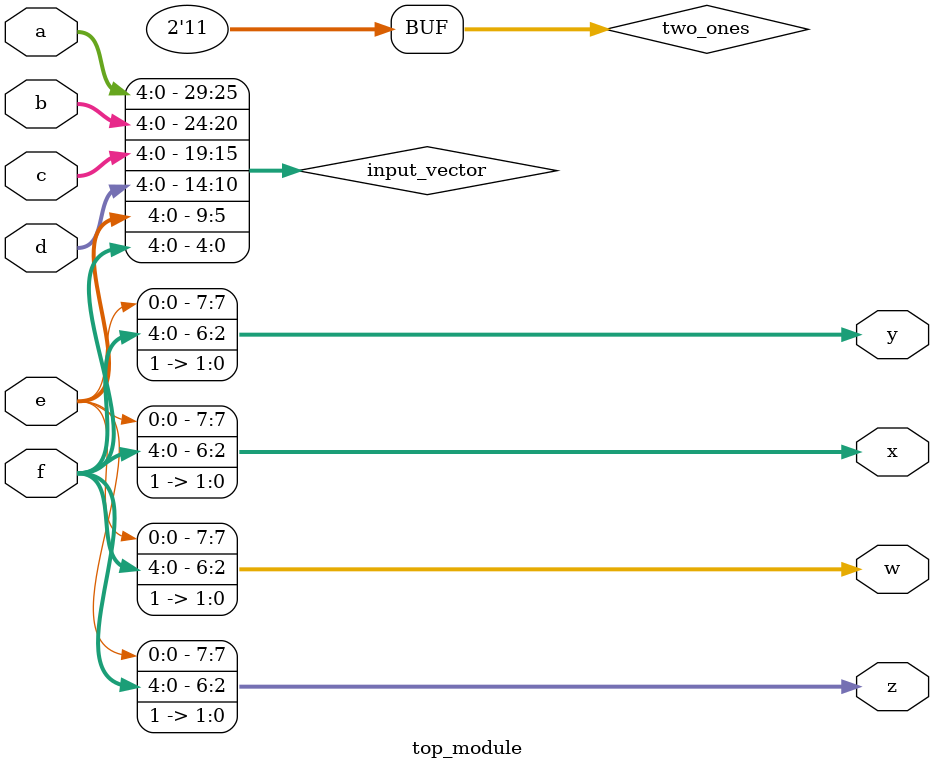
<source format=sv>
module top_module (
    input [4:0] a,
    input [4:0] b,
    input [4:0] c,
    input [4:0] d,
    input [4:0] e,
    input [4:0] f,
    output [7:0] w,
    output [7:0] x,
    output [7:0] y,
    output [7:0] z
);

    reg [29:0] input_vector;
    reg [1:0] two_ones;

    assign w = {input_vector, two_ones};
    assign x = {input_vector, two_ones};
    assign y = {input_vector, two_ones};
    assign z = {input_vector, two_ones};

    always @* begin
        input_vector = {a, b, c, d, e, f};
        two_ones = 2'b11;
    end

endmodule

</source>
